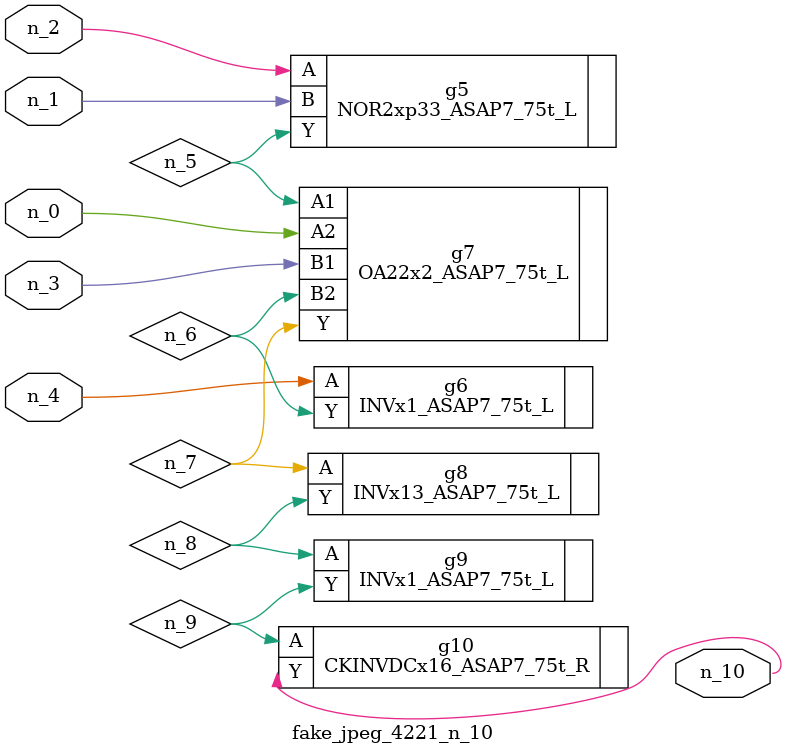
<source format=v>
module fake_jpeg_4221_n_10 (n_3, n_2, n_1, n_0, n_4, n_10);

input n_3;
input n_2;
input n_1;
input n_0;
input n_4;

output n_10;

wire n_8;
wire n_9;
wire n_6;
wire n_5;
wire n_7;

NOR2xp33_ASAP7_75t_L g5 ( 
.A(n_2),
.B(n_1),
.Y(n_5)
);

INVx1_ASAP7_75t_L g6 ( 
.A(n_4),
.Y(n_6)
);

OA22x2_ASAP7_75t_L g7 ( 
.A1(n_5),
.A2(n_0),
.B1(n_3),
.B2(n_6),
.Y(n_7)
);

INVx13_ASAP7_75t_L g8 ( 
.A(n_7),
.Y(n_8)
);

INVx1_ASAP7_75t_L g9 ( 
.A(n_8),
.Y(n_9)
);

CKINVDCx16_ASAP7_75t_R g10 ( 
.A(n_9),
.Y(n_10)
);


endmodule
</source>
